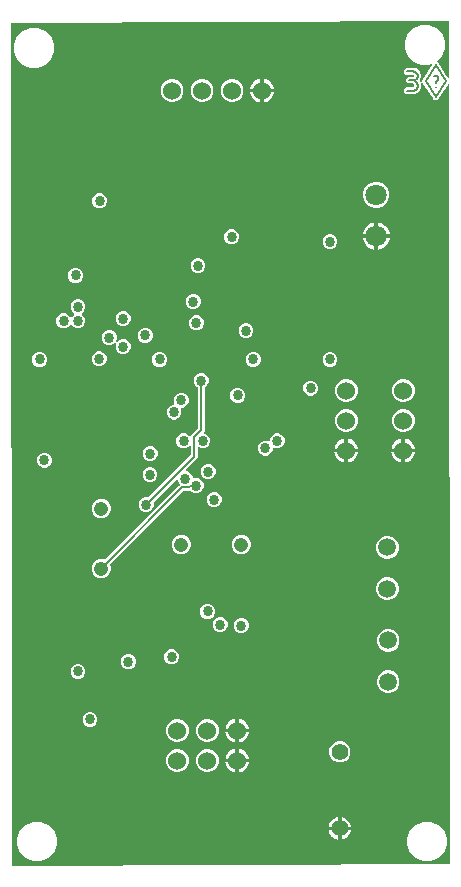
<source format=gbr>
G04 EAGLE Gerber RS-274X export*
G75*
%MOMM*%
%FSLAX34Y34*%
%LPD*%
%INEAGLE Copper Layer 15*%
%IPPOS*%
%AMOC8*
5,1,8,0,0,1.08239X$1,22.5*%
G01*
%ADD10C,0.152400*%
%ADD11C,1.524000*%
%ADD12C,1.800000*%
%ADD13C,1.508000*%
%ADD14C,1.208000*%
%ADD15C,1.408000*%
%ADD16C,0.858000*%
%ADD17C,0.203200*%

G36*
X633148Y117336D02*
X633148Y117336D01*
X633166Y117339D01*
X633184Y117337D01*
X633287Y117360D01*
X633390Y117377D01*
X633406Y117386D01*
X633425Y117390D01*
X633515Y117444D01*
X633607Y117493D01*
X633620Y117506D01*
X633636Y117516D01*
X633704Y117596D01*
X633776Y117672D01*
X633783Y117689D01*
X633795Y117703D01*
X633835Y117801D01*
X633878Y117896D01*
X633880Y117914D01*
X633887Y117931D01*
X633905Y118098D01*
X633266Y776651D01*
X633261Y776683D01*
X633263Y776715D01*
X633241Y776803D01*
X633226Y776894D01*
X633211Y776922D01*
X633203Y776953D01*
X633154Y777030D01*
X633111Y777111D01*
X633088Y777133D01*
X633070Y777160D01*
X632999Y777217D01*
X632932Y777280D01*
X632903Y777294D01*
X632878Y777314D01*
X632792Y777345D01*
X632709Y777384D01*
X632677Y777387D01*
X632647Y777398D01*
X632556Y777401D01*
X632465Y777411D01*
X632433Y777404D01*
X632401Y777405D01*
X632314Y777378D01*
X632224Y777358D01*
X632197Y777342D01*
X632166Y777332D01*
X632092Y777279D01*
X632013Y777232D01*
X631992Y777207D01*
X631966Y777189D01*
X631862Y777058D01*
X624609Y765606D01*
X624590Y765562D01*
X624564Y765524D01*
X624520Y765398D01*
X624512Y765379D01*
X624512Y765373D01*
X624509Y765365D01*
X624391Y764838D01*
X624087Y764646D01*
X624024Y764590D01*
X623956Y764541D01*
X623924Y764500D01*
X623903Y764482D01*
X623889Y764456D01*
X623851Y764410D01*
X623659Y764106D01*
X623132Y763988D01*
X623088Y763970D01*
X623042Y763962D01*
X622923Y763904D01*
X622904Y763896D01*
X622899Y763892D01*
X622891Y763888D01*
X622435Y763599D01*
X622084Y763678D01*
X622000Y763683D01*
X621917Y763696D01*
X621866Y763691D01*
X621839Y763692D01*
X621810Y763684D01*
X621751Y763678D01*
X621400Y763599D01*
X620944Y763888D01*
X620900Y763907D01*
X620862Y763933D01*
X620736Y763976D01*
X620717Y763985D01*
X620711Y763985D01*
X620703Y763988D01*
X620176Y764106D01*
X619983Y764410D01*
X619928Y764473D01*
X619879Y764541D01*
X619838Y764573D01*
X619820Y764594D01*
X619794Y764608D01*
X619748Y764646D01*
X619444Y764838D01*
X619326Y765365D01*
X619308Y765409D01*
X619300Y765455D01*
X619242Y765574D01*
X619234Y765593D01*
X619230Y765598D01*
X619226Y765606D01*
X611404Y777956D01*
X611348Y778019D01*
X611299Y778087D01*
X611259Y778120D01*
X611241Y778140D01*
X611215Y778155D01*
X611168Y778192D01*
X610634Y778530D01*
X610617Y778546D01*
X610543Y778581D01*
X610472Y778624D01*
X610432Y778633D01*
X610394Y778650D01*
X610312Y778659D01*
X610232Y778677D01*
X610191Y778673D01*
X610150Y778677D01*
X610069Y778660D01*
X609987Y778651D01*
X609950Y778634D01*
X609910Y778625D01*
X609839Y778583D01*
X609764Y778548D01*
X609734Y778520D01*
X609698Y778499D01*
X609645Y778436D01*
X609585Y778380D01*
X609565Y778343D01*
X609539Y778312D01*
X609508Y778235D01*
X609469Y778163D01*
X609462Y778122D01*
X609447Y778084D01*
X609443Y778053D01*
X609443Y778052D01*
X609429Y777926D01*
X609428Y777920D01*
X609428Y777918D01*
X609428Y777917D01*
X609428Y774555D01*
X607469Y771162D01*
X604077Y769203D01*
X596445Y769203D01*
X594808Y770841D01*
X594808Y773156D01*
X596445Y774793D01*
X602118Y774793D01*
X602149Y774798D01*
X602217Y774799D01*
X602466Y774832D01*
X602528Y774851D01*
X602593Y774860D01*
X602669Y774894D01*
X602701Y774903D01*
X602717Y774914D01*
X602747Y774928D01*
X603177Y775176D01*
X603266Y775249D01*
X603356Y775319D01*
X603362Y775328D01*
X603367Y775332D01*
X603379Y775351D01*
X603456Y775455D01*
X603704Y775885D01*
X603744Y775992D01*
X603787Y776099D01*
X603789Y776109D01*
X603791Y776115D01*
X603792Y776137D01*
X603806Y776265D01*
X603806Y776762D01*
X603787Y776876D01*
X603771Y776989D01*
X603767Y776998D01*
X603766Y777005D01*
X603756Y777025D01*
X603704Y777143D01*
X603456Y777573D01*
X603384Y777660D01*
X603366Y777690D01*
X603349Y777704D01*
X603312Y777752D01*
X603304Y777758D01*
X603300Y777763D01*
X603281Y777775D01*
X603181Y777848D01*
X603179Y777850D01*
X603177Y777851D01*
X602747Y778100D01*
X602685Y778123D01*
X602628Y778155D01*
X602548Y778175D01*
X602517Y778187D01*
X602497Y778188D01*
X602466Y778195D01*
X602217Y778228D01*
X602186Y778227D01*
X602118Y778235D01*
X600645Y778235D01*
X598251Y778235D01*
X596614Y779872D01*
X596614Y782187D01*
X598251Y783824D01*
X603021Y783824D01*
X603054Y783829D01*
X603084Y783831D01*
X603102Y783829D01*
X603112Y783832D01*
X603140Y783833D01*
X603157Y783836D01*
X603219Y783856D01*
X603264Y783864D01*
X603286Y783876D01*
X603340Y783889D01*
X603371Y783907D01*
X603391Y783913D01*
X603417Y783933D01*
X603486Y783972D01*
X603514Y783993D01*
X603537Y784015D01*
X603564Y784032D01*
X603623Y784102D01*
X603687Y784168D01*
X603701Y784196D01*
X603722Y784220D01*
X603791Y784373D01*
X603801Y784407D01*
X603806Y784438D01*
X603818Y784467D01*
X603825Y784559D01*
X603839Y784650D01*
X603833Y784681D01*
X603835Y784712D01*
X603802Y784877D01*
X603791Y784910D01*
X603776Y784938D01*
X603769Y784969D01*
X603720Y785047D01*
X603678Y785129D01*
X603655Y785151D01*
X603638Y785178D01*
X603531Y785275D01*
X603530Y785277D01*
X603529Y785278D01*
X603514Y785291D01*
X603486Y785311D01*
X603423Y785343D01*
X603416Y785349D01*
X603396Y785357D01*
X603319Y785403D01*
X603285Y785413D01*
X603266Y785422D01*
X603234Y785426D01*
X603203Y785435D01*
X603188Y785441D01*
X603176Y785442D01*
X603157Y785447D01*
X603140Y785450D01*
X603107Y785450D01*
X603021Y785459D01*
X596445Y785459D01*
X594808Y787097D01*
X594808Y789412D01*
X596445Y791049D01*
X605103Y791049D01*
X608471Y788602D01*
X609758Y784642D01*
X608461Y780651D01*
X608444Y780541D01*
X608424Y780432D01*
X608426Y780420D01*
X608424Y780408D01*
X608443Y780298D01*
X608459Y780189D01*
X608465Y780175D01*
X608466Y780165D01*
X608479Y780141D01*
X608526Y780035D01*
X608939Y779320D01*
X608994Y779253D01*
X609042Y779180D01*
X609071Y779158D01*
X609094Y779130D01*
X609168Y779084D01*
X609237Y779030D01*
X609272Y779019D01*
X609303Y778999D01*
X609388Y778979D01*
X609470Y778950D01*
X609506Y778950D01*
X609542Y778942D01*
X609629Y778949D01*
X609716Y778949D01*
X609751Y778960D01*
X609787Y778963D01*
X609867Y778998D01*
X609950Y779026D01*
X609979Y779048D01*
X610012Y779062D01*
X610077Y779121D01*
X610146Y779173D01*
X610167Y779203D01*
X610194Y779228D01*
X610237Y779304D01*
X610286Y779376D01*
X610301Y779420D01*
X610314Y779443D01*
X610320Y779473D01*
X610341Y779534D01*
X610436Y779959D01*
X610441Y780043D01*
X610455Y780126D01*
X610449Y780178D01*
X610451Y780205D01*
X610443Y780234D01*
X610436Y780293D01*
X610357Y780644D01*
X610647Y781100D01*
X610665Y781143D01*
X610692Y781182D01*
X610735Y781307D01*
X610743Y781326D01*
X610743Y781332D01*
X610746Y781341D01*
X610865Y781868D01*
X611168Y782060D01*
X611231Y782116D01*
X611299Y782165D01*
X611332Y782205D01*
X611352Y782224D01*
X611367Y782249D01*
X611404Y782296D01*
X618624Y793695D01*
X618629Y793708D01*
X618638Y793718D01*
X618677Y793820D01*
X618720Y793922D01*
X618721Y793935D01*
X618726Y793948D01*
X618730Y794057D01*
X618739Y794167D01*
X618736Y794180D01*
X618736Y794194D01*
X618706Y794300D01*
X618679Y794405D01*
X618672Y794417D01*
X618668Y794430D01*
X618605Y794520D01*
X618546Y794612D01*
X618535Y794621D01*
X618527Y794632D01*
X618440Y794697D01*
X618354Y794766D01*
X618341Y794771D01*
X618330Y794779D01*
X618226Y794813D01*
X618123Y794850D01*
X618109Y794851D01*
X618096Y794855D01*
X617987Y794854D01*
X617877Y794857D01*
X617864Y794853D01*
X617850Y794853D01*
X617689Y794806D01*
X616066Y794134D01*
X609389Y794134D01*
X603221Y796689D01*
X598500Y801410D01*
X595945Y807578D01*
X595945Y814255D01*
X598500Y820423D01*
X603221Y825144D01*
X609389Y827699D01*
X616066Y827699D01*
X622234Y825144D01*
X626955Y820423D01*
X629510Y814255D01*
X629510Y807578D01*
X626955Y801410D01*
X623031Y797485D01*
X622966Y797395D01*
X622898Y797307D01*
X622894Y797295D01*
X622887Y797285D01*
X622854Y797179D01*
X622818Y797075D01*
X622818Y797062D01*
X622815Y797050D01*
X622818Y796939D01*
X622817Y796829D01*
X622821Y796817D01*
X622821Y796804D01*
X622859Y796700D01*
X622894Y796595D01*
X622901Y796585D01*
X622905Y796573D01*
X622975Y796486D01*
X623041Y796398D01*
X623051Y796391D01*
X623059Y796381D01*
X623152Y796321D01*
X623243Y796258D01*
X623258Y796253D01*
X623266Y796248D01*
X623293Y796241D01*
X623402Y796204D01*
X623659Y796146D01*
X623851Y795843D01*
X623907Y795780D01*
X623956Y795712D01*
X623997Y795679D01*
X624015Y795659D01*
X624041Y795644D01*
X624087Y795607D01*
X624391Y795415D01*
X624509Y794887D01*
X624527Y794844D01*
X624535Y794797D01*
X624593Y794678D01*
X624601Y794659D01*
X624605Y794655D01*
X624609Y794647D01*
X631855Y783205D01*
X631877Y783181D01*
X631892Y783152D01*
X631958Y783090D01*
X632018Y783022D01*
X632047Y783005D01*
X632071Y782983D01*
X632153Y782945D01*
X632232Y782900D01*
X632264Y782893D01*
X632294Y782879D01*
X632384Y782870D01*
X632473Y782852D01*
X632506Y782856D01*
X632538Y782853D01*
X632627Y782872D01*
X632717Y782884D01*
X632747Y782898D01*
X632778Y782905D01*
X632857Y782952D01*
X632938Y782992D01*
X632961Y783015D01*
X632990Y783031D01*
X633049Y783101D01*
X633113Y783164D01*
X633128Y783194D01*
X633149Y783219D01*
X633183Y783303D01*
X633224Y783384D01*
X633229Y783416D01*
X633241Y783447D01*
X633259Y783613D01*
X633214Y829925D01*
X633211Y829946D01*
X633213Y829967D01*
X633191Y830067D01*
X633174Y830168D01*
X633164Y830186D01*
X633160Y830207D01*
X633107Y830295D01*
X633059Y830385D01*
X633044Y830400D01*
X633033Y830418D01*
X632955Y830484D01*
X632881Y830554D01*
X632861Y830563D01*
X632845Y830577D01*
X632750Y830615D01*
X632657Y830658D01*
X632636Y830660D01*
X632616Y830668D01*
X632450Y830685D01*
X263031Y829022D01*
X263013Y829019D01*
X262995Y829021D01*
X262892Y828999D01*
X262789Y828981D01*
X262773Y828972D01*
X262754Y828968D01*
X262664Y828914D01*
X262572Y828865D01*
X262559Y828852D01*
X262543Y828842D01*
X262475Y828762D01*
X262403Y828686D01*
X262396Y828669D01*
X262384Y828655D01*
X262344Y828557D01*
X262301Y828462D01*
X262299Y828444D01*
X262292Y828427D01*
X262274Y828260D01*
X262965Y116433D01*
X262968Y116412D01*
X262966Y116391D01*
X262988Y116292D01*
X263005Y116191D01*
X263015Y116172D01*
X263019Y116151D01*
X263072Y116064D01*
X263120Y115973D01*
X263135Y115959D01*
X263146Y115940D01*
X263224Y115874D01*
X263299Y115804D01*
X263318Y115795D01*
X263334Y115781D01*
X263429Y115744D01*
X263522Y115701D01*
X263543Y115698D01*
X263563Y115690D01*
X263729Y115673D01*
X633148Y117336D01*
G37*
%LPC*%
G36*
X337060Y359377D02*
X337060Y359377D01*
X334093Y360606D01*
X331822Y362877D01*
X330593Y365844D01*
X330593Y369055D01*
X331822Y372022D01*
X334093Y374293D01*
X337060Y375522D01*
X340272Y375522D01*
X341326Y375086D01*
X341439Y375059D01*
X341553Y375030D01*
X341559Y375031D01*
X341565Y375030D01*
X341682Y375041D01*
X341798Y375050D01*
X341804Y375052D01*
X341810Y375053D01*
X341918Y375100D01*
X342024Y375146D01*
X342030Y375151D01*
X342035Y375153D01*
X342049Y375165D01*
X342155Y375251D01*
X404215Y437311D01*
X405121Y438216D01*
X405132Y438232D01*
X405148Y438245D01*
X405204Y438332D01*
X405264Y438416D01*
X405270Y438435D01*
X405281Y438451D01*
X405306Y438552D01*
X405336Y438651D01*
X405336Y438671D01*
X405341Y438690D01*
X405333Y438793D01*
X405330Y438897D01*
X405323Y438915D01*
X405322Y438935D01*
X405281Y439030D01*
X405246Y439128D01*
X405233Y439143D01*
X405225Y439162D01*
X405121Y439292D01*
X404386Y440027D01*
X403382Y442451D01*
X403358Y442490D01*
X403342Y442533D01*
X403293Y442593D01*
X403252Y442660D01*
X403217Y442689D01*
X403188Y442725D01*
X403123Y442767D01*
X403063Y442816D01*
X403020Y442833D01*
X402981Y442858D01*
X402906Y442877D01*
X402833Y442905D01*
X402787Y442907D01*
X402743Y442918D01*
X402665Y442912D01*
X402587Y442915D01*
X402543Y442902D01*
X402498Y442899D01*
X402426Y442868D01*
X402351Y442847D01*
X402313Y442820D01*
X402271Y442802D01*
X402165Y442717D01*
X402149Y442706D01*
X402146Y442702D01*
X402140Y442698D01*
X383191Y423748D01*
X383148Y423688D01*
X383108Y423646D01*
X383092Y423612D01*
X383053Y423559D01*
X383051Y423553D01*
X383047Y423548D01*
X383018Y423452D01*
X383004Y423423D01*
X383002Y423402D01*
X382977Y423325D01*
X382977Y423319D01*
X382975Y423313D01*
X382978Y423196D01*
X382978Y423188D01*
X382977Y423178D01*
X382978Y423172D01*
X382979Y423079D01*
X382981Y423072D01*
X382981Y423067D01*
X382988Y423050D01*
X383026Y422918D01*
X383052Y422855D01*
X383052Y420340D01*
X382089Y418016D01*
X380311Y416238D01*
X377987Y415275D01*
X375471Y415275D01*
X373147Y416238D01*
X371369Y418016D01*
X370406Y420340D01*
X370406Y422856D01*
X371369Y425179D01*
X373147Y426958D01*
X375471Y427921D01*
X377987Y427921D01*
X378049Y427895D01*
X378163Y427868D01*
X378277Y427839D01*
X378283Y427840D01*
X378289Y427838D01*
X378405Y427849D01*
X378522Y427858D01*
X378528Y427861D01*
X378534Y427861D01*
X378641Y427909D01*
X378748Y427955D01*
X378754Y427959D01*
X378759Y427961D01*
X378772Y427974D01*
X378879Y428060D01*
X414078Y463259D01*
X414131Y463333D01*
X414191Y463402D01*
X414203Y463432D01*
X414222Y463458D01*
X414249Y463545D01*
X414283Y463630D01*
X414287Y463671D01*
X414294Y463694D01*
X414293Y463726D01*
X414301Y463797D01*
X414301Y470578D01*
X414290Y470648D01*
X414288Y470720D01*
X414270Y470769D01*
X414262Y470821D01*
X414228Y470884D01*
X414203Y470951D01*
X414171Y470992D01*
X414146Y471038D01*
X414094Y471087D01*
X414050Y471143D01*
X414006Y471171D01*
X413968Y471207D01*
X413903Y471237D01*
X413843Y471276D01*
X413792Y471289D01*
X413745Y471311D01*
X413674Y471319D01*
X413604Y471336D01*
X413552Y471332D01*
X413501Y471338D01*
X413430Y471323D01*
X413359Y471317D01*
X413311Y471297D01*
X413260Y471286D01*
X413199Y471249D01*
X413133Y471221D01*
X413077Y471176D01*
X413049Y471160D01*
X413034Y471142D01*
X413002Y471116D01*
X412014Y470128D01*
X409690Y469165D01*
X407174Y469165D01*
X404850Y470128D01*
X403072Y471906D01*
X402109Y474230D01*
X402109Y476746D01*
X403072Y479070D01*
X404850Y480848D01*
X407174Y481811D01*
X409690Y481811D01*
X412014Y480848D01*
X413148Y479714D01*
X413164Y479702D01*
X413177Y479686D01*
X413264Y479630D01*
X413348Y479570D01*
X413367Y479564D01*
X413384Y479553D01*
X413484Y479528D01*
X413583Y479498D01*
X413603Y479498D01*
X413622Y479493D01*
X413725Y479501D01*
X413829Y479504D01*
X413848Y479511D01*
X413867Y479513D01*
X413962Y479553D01*
X414060Y479589D01*
X414075Y479601D01*
X414094Y479609D01*
X414225Y479714D01*
X416310Y481799D01*
X420019Y485508D01*
X420072Y485582D01*
X420132Y485652D01*
X420144Y485682D01*
X420163Y485708D01*
X420190Y485795D01*
X420224Y485880D01*
X420228Y485921D01*
X420235Y485943D01*
X420234Y485975D01*
X420242Y486047D01*
X420242Y520485D01*
X420223Y520599D01*
X420206Y520716D01*
X420204Y520721D01*
X420203Y520727D01*
X420148Y520830D01*
X420095Y520935D01*
X420090Y520939D01*
X420087Y520945D01*
X420003Y521025D01*
X419919Y521107D01*
X419913Y521111D01*
X419909Y521114D01*
X419892Y521122D01*
X419772Y521188D01*
X419709Y521214D01*
X417931Y522992D01*
X416968Y525316D01*
X416968Y527832D01*
X417931Y530156D01*
X419709Y531934D01*
X422033Y532897D01*
X424549Y532897D01*
X426873Y531934D01*
X428651Y530156D01*
X429614Y527832D01*
X429614Y525316D01*
X428651Y522992D01*
X426873Y521214D01*
X426810Y521188D01*
X426710Y521126D01*
X426610Y521066D01*
X426606Y521062D01*
X426601Y521058D01*
X426526Y520968D01*
X426450Y520879D01*
X426448Y520874D01*
X426444Y520869D01*
X426402Y520760D01*
X426358Y520651D01*
X426357Y520644D01*
X426356Y520639D01*
X426355Y520621D01*
X426340Y520485D01*
X426340Y483206D01*
X426044Y482910D01*
X426017Y482872D01*
X425983Y482841D01*
X425945Y482773D01*
X425900Y482710D01*
X425887Y482666D01*
X425864Y482626D01*
X425851Y482549D01*
X425828Y482475D01*
X425829Y482429D01*
X425821Y482384D01*
X425832Y482307D01*
X425834Y482229D01*
X425850Y482186D01*
X425856Y482140D01*
X425892Y482071D01*
X425918Y481998D01*
X425947Y481962D01*
X425968Y481921D01*
X426024Y481866D01*
X426072Y481806D01*
X426111Y481781D01*
X426144Y481749D01*
X426264Y481683D01*
X426279Y481673D01*
X426284Y481672D01*
X426291Y481668D01*
X428270Y480848D01*
X430048Y479070D01*
X431011Y476746D01*
X431011Y474230D01*
X430048Y471906D01*
X428270Y470128D01*
X425946Y469165D01*
X423430Y469165D01*
X421451Y469985D01*
X421407Y469995D01*
X421365Y470015D01*
X421288Y470023D01*
X421212Y470041D01*
X421166Y470037D01*
X421121Y470042D01*
X421044Y470025D01*
X420967Y470018D01*
X420925Y469999D01*
X420880Y469990D01*
X420813Y469950D01*
X420742Y469918D01*
X420708Y469887D01*
X420669Y469863D01*
X420618Y469804D01*
X420561Y469752D01*
X420539Y469711D01*
X420509Y469677D01*
X420480Y469604D01*
X420443Y469536D01*
X420434Y469491D01*
X420417Y469448D01*
X420402Y469312D01*
X420399Y469294D01*
X420400Y469289D01*
X420399Y469282D01*
X420399Y460956D01*
X418390Y458947D01*
X410657Y451214D01*
X410630Y451177D01*
X410597Y451146D01*
X410559Y451078D01*
X410514Y451015D01*
X410500Y450971D01*
X410478Y450931D01*
X410464Y450854D01*
X410441Y450780D01*
X410442Y450734D01*
X410434Y450689D01*
X410446Y450611D01*
X410448Y450534D01*
X410463Y450491D01*
X410470Y450445D01*
X410505Y450376D01*
X410532Y450303D01*
X410561Y450267D01*
X410582Y450226D01*
X410637Y450171D01*
X410686Y450111D01*
X410724Y450086D01*
X410757Y450054D01*
X410877Y449988D01*
X410893Y449978D01*
X410897Y449976D01*
X410904Y449973D01*
X413327Y448969D01*
X415106Y447191D01*
X416068Y444867D01*
X416068Y444428D01*
X416076Y444382D01*
X416074Y444336D01*
X416096Y444262D01*
X416108Y444185D01*
X416130Y444144D01*
X416142Y444100D01*
X416187Y444036D01*
X416223Y443967D01*
X416256Y443936D01*
X416283Y443898D01*
X416345Y443852D01*
X416402Y443798D01*
X416443Y443779D01*
X416480Y443751D01*
X416554Y443727D01*
X416625Y443694D01*
X416670Y443689D01*
X416714Y443675D01*
X416792Y443676D01*
X416869Y443667D01*
X416914Y443677D01*
X416960Y443677D01*
X417091Y443716D01*
X417109Y443720D01*
X417114Y443722D01*
X417121Y443724D01*
X417800Y444006D01*
X420316Y444006D01*
X422640Y443043D01*
X424418Y441264D01*
X425381Y438941D01*
X425381Y436425D01*
X424418Y434101D01*
X422640Y432323D01*
X420316Y431360D01*
X417800Y431360D01*
X415477Y432323D01*
X414800Y432999D01*
X414726Y433052D01*
X414657Y433112D01*
X414626Y433124D01*
X414600Y433143D01*
X414513Y433170D01*
X414428Y433204D01*
X414388Y433208D01*
X414365Y433215D01*
X414333Y433214D01*
X414262Y433222D01*
X409065Y433222D01*
X408975Y433207D01*
X408884Y433200D01*
X408855Y433188D01*
X408823Y433182D01*
X408742Y433140D01*
X408658Y433104D01*
X408626Y433078D01*
X408605Y433067D01*
X408583Y433044D01*
X408527Y432999D01*
X346467Y370939D01*
X346399Y370845D01*
X346329Y370750D01*
X346327Y370744D01*
X346323Y370739D01*
X346289Y370629D01*
X346253Y370517D01*
X346253Y370510D01*
X346251Y370504D01*
X346254Y370388D01*
X346255Y370271D01*
X346257Y370263D01*
X346257Y370258D01*
X346264Y370241D01*
X346302Y370110D01*
X346739Y369055D01*
X346739Y365844D01*
X345510Y362877D01*
X343239Y360606D01*
X340272Y359377D01*
X337060Y359377D01*
G37*
%LPD*%
%LPC*%
G36*
X611082Y119531D02*
X611082Y119531D01*
X604914Y122086D01*
X600193Y126807D01*
X597638Y132975D01*
X597638Y139652D01*
X600193Y145820D01*
X604914Y150541D01*
X611082Y153096D01*
X617759Y153096D01*
X623927Y150541D01*
X628648Y145820D01*
X631204Y139652D01*
X631204Y132975D01*
X628648Y126807D01*
X623927Y122086D01*
X617759Y119531D01*
X611082Y119531D01*
G37*
%LPD*%
%LPC*%
G36*
X281034Y119531D02*
X281034Y119531D01*
X274865Y122086D01*
X270144Y126807D01*
X267589Y132975D01*
X267589Y139652D01*
X270144Y145820D01*
X274865Y150541D01*
X281034Y153096D01*
X287710Y153096D01*
X293879Y150541D01*
X298600Y145820D01*
X301155Y139652D01*
X301155Y132975D01*
X298600Y126807D01*
X293879Y122086D01*
X287710Y119531D01*
X281034Y119531D01*
G37*
%LPD*%
%LPC*%
G36*
X278494Y791594D02*
X278494Y791594D01*
X272325Y794149D01*
X267604Y798870D01*
X265049Y805038D01*
X265049Y811715D01*
X267604Y817883D01*
X272325Y822604D01*
X278494Y825159D01*
X285170Y825159D01*
X291339Y822604D01*
X296060Y817883D01*
X298615Y811715D01*
X298615Y805038D01*
X296060Y798870D01*
X291339Y794149D01*
X285170Y791594D01*
X278494Y791594D01*
G37*
%LPD*%
%LPC*%
G36*
X569312Y672932D02*
X569312Y672932D01*
X565257Y674612D01*
X562153Y677715D01*
X560474Y681770D01*
X560474Y686159D01*
X562153Y690214D01*
X565257Y693318D01*
X569312Y694998D01*
X573701Y694998D01*
X577756Y693318D01*
X580859Y690214D01*
X582539Y686159D01*
X582539Y681770D01*
X580859Y677715D01*
X577756Y674612D01*
X573701Y672932D01*
X569312Y672932D01*
G37*
%LPD*%
%LPC*%
G36*
X305574Y570765D02*
X305574Y570765D01*
X303250Y571728D01*
X301472Y573506D01*
X300509Y575830D01*
X300509Y578346D01*
X301472Y580670D01*
X303250Y582448D01*
X305574Y583411D01*
X308090Y583411D01*
X310414Y582448D01*
X312192Y580670D01*
X312225Y580591D01*
X312263Y580530D01*
X312292Y580464D01*
X312327Y580426D01*
X312354Y580382D01*
X312410Y580336D01*
X312458Y580283D01*
X312504Y580258D01*
X312544Y580225D01*
X312611Y580199D01*
X312674Y580165D01*
X312725Y580156D01*
X312773Y580137D01*
X312845Y580134D01*
X312916Y580121D01*
X312967Y580129D01*
X313019Y580126D01*
X313088Y580146D01*
X313159Y580157D01*
X313206Y580181D01*
X313255Y580195D01*
X313314Y580236D01*
X313378Y580268D01*
X313415Y580306D01*
X313457Y580335D01*
X313500Y580393D01*
X313551Y580444D01*
X313585Y580507D01*
X313604Y580533D01*
X313611Y580555D01*
X313631Y580591D01*
X313664Y580670D01*
X315442Y582448D01*
X315521Y582481D01*
X315582Y582518D01*
X315648Y582548D01*
X315686Y582583D01*
X315730Y582610D01*
X315776Y582665D01*
X315829Y582714D01*
X315854Y582760D01*
X315887Y582800D01*
X315913Y582867D01*
X315947Y582930D01*
X315956Y582981D01*
X315975Y583029D01*
X315978Y583101D01*
X315991Y583172D01*
X315983Y583223D01*
X315986Y583275D01*
X315966Y583344D01*
X315955Y583415D01*
X315932Y583461D01*
X315917Y583511D01*
X315876Y583570D01*
X315844Y583634D01*
X315806Y583671D01*
X315777Y583713D01*
X315719Y583756D01*
X315668Y583806D01*
X315605Y583841D01*
X315579Y583860D01*
X315557Y583867D01*
X315521Y583887D01*
X315442Y583920D01*
X313664Y585698D01*
X312701Y588022D01*
X312701Y590538D01*
X313664Y592862D01*
X315442Y594640D01*
X317766Y595603D01*
X320282Y595603D01*
X322606Y594640D01*
X324384Y592862D01*
X325347Y590538D01*
X325347Y588022D01*
X324384Y585698D01*
X322606Y583920D01*
X322527Y583887D01*
X322466Y583849D01*
X322400Y583820D01*
X322362Y583785D01*
X322318Y583758D01*
X322272Y583702D01*
X322219Y583654D01*
X322194Y583608D01*
X322161Y583568D01*
X322135Y583501D01*
X322101Y583438D01*
X322092Y583387D01*
X322073Y583339D01*
X322070Y583267D01*
X322057Y583196D01*
X322065Y583145D01*
X322062Y583093D01*
X322082Y583024D01*
X322093Y582953D01*
X322117Y582906D01*
X322131Y582857D01*
X322172Y582798D01*
X322204Y582734D01*
X322242Y582697D01*
X322271Y582655D01*
X322329Y582612D01*
X322380Y582561D01*
X322443Y582527D01*
X322469Y582508D01*
X322491Y582501D01*
X322527Y582481D01*
X322606Y582448D01*
X324384Y580670D01*
X325347Y578346D01*
X325347Y575830D01*
X324384Y573506D01*
X322606Y571728D01*
X320282Y570765D01*
X317766Y570765D01*
X315442Y571728D01*
X313664Y573506D01*
X313631Y573585D01*
X313594Y573646D01*
X313564Y573712D01*
X313529Y573750D01*
X313502Y573794D01*
X313447Y573840D01*
X313398Y573893D01*
X313352Y573918D01*
X313312Y573951D01*
X313245Y573977D01*
X313182Y574011D01*
X313131Y574020D01*
X313083Y574039D01*
X313011Y574042D01*
X312940Y574055D01*
X312889Y574047D01*
X312837Y574050D01*
X312768Y574030D01*
X312697Y574019D01*
X312651Y573996D01*
X312601Y573981D01*
X312542Y573940D01*
X312478Y573908D01*
X312441Y573870D01*
X312399Y573841D01*
X312356Y573783D01*
X312306Y573732D01*
X312271Y573669D01*
X312252Y573643D01*
X312245Y573621D01*
X312225Y573585D01*
X312192Y573506D01*
X310414Y571728D01*
X308090Y570765D01*
X305574Y570765D01*
G37*
%LPD*%
%LPC*%
G36*
X401095Y195234D02*
X401095Y195234D01*
X397547Y196704D01*
X394832Y199419D01*
X393362Y202967D01*
X393362Y206807D01*
X394832Y210355D01*
X397547Y213070D01*
X401095Y214540D01*
X404935Y214540D01*
X408483Y213070D01*
X411198Y210355D01*
X412668Y206807D01*
X412668Y202967D01*
X411198Y199419D01*
X408483Y196704D01*
X404935Y195234D01*
X401095Y195234D01*
G37*
%LPD*%
%LPC*%
G36*
X426495Y195234D02*
X426495Y195234D01*
X422947Y196704D01*
X420232Y199419D01*
X418762Y202967D01*
X418762Y206807D01*
X420232Y210355D01*
X422947Y213070D01*
X426495Y214540D01*
X430335Y214540D01*
X433883Y213070D01*
X436598Y210355D01*
X438068Y206807D01*
X438068Y202967D01*
X436598Y199419D01*
X433883Y196704D01*
X430335Y195234D01*
X426495Y195234D01*
G37*
%LPD*%
%LPC*%
G36*
X592448Y508508D02*
X592448Y508508D01*
X588900Y509977D01*
X586185Y512692D01*
X584715Y516240D01*
X584715Y520080D01*
X586185Y523628D01*
X588900Y526343D01*
X592448Y527813D01*
X596288Y527813D01*
X599836Y526343D01*
X602551Y523628D01*
X604021Y520080D01*
X604021Y516240D01*
X602551Y512692D01*
X599836Y509977D01*
X596288Y508508D01*
X592448Y508508D01*
G37*
%LPD*%
%LPC*%
G36*
X422155Y762487D02*
X422155Y762487D01*
X418607Y763957D01*
X415892Y766672D01*
X414423Y770220D01*
X414423Y774060D01*
X415892Y777608D01*
X418607Y780323D01*
X422155Y781793D01*
X425995Y781793D01*
X429543Y780323D01*
X432259Y777608D01*
X433728Y774060D01*
X433728Y770220D01*
X432259Y766672D01*
X429543Y763957D01*
X425995Y762487D01*
X422155Y762487D01*
G37*
%LPD*%
%LPC*%
G36*
X401095Y220634D02*
X401095Y220634D01*
X397547Y222104D01*
X394832Y224819D01*
X393362Y228367D01*
X393362Y232207D01*
X394832Y235755D01*
X397547Y238470D01*
X401095Y239940D01*
X404935Y239940D01*
X408483Y238470D01*
X411198Y235755D01*
X412668Y232207D01*
X412668Y228367D01*
X411198Y224819D01*
X408483Y222104D01*
X404935Y220634D01*
X401095Y220634D01*
G37*
%LPD*%
%LPC*%
G36*
X426495Y220634D02*
X426495Y220634D01*
X422947Y222104D01*
X420232Y224819D01*
X418762Y228367D01*
X418762Y232207D01*
X420232Y235755D01*
X422947Y238470D01*
X426495Y239940D01*
X430335Y239940D01*
X433883Y238470D01*
X436598Y235755D01*
X438068Y232207D01*
X438068Y228367D01*
X436598Y224819D01*
X433883Y222104D01*
X430335Y220634D01*
X426495Y220634D01*
G37*
%LPD*%
%LPC*%
G36*
X544189Y508508D02*
X544189Y508508D01*
X540641Y509977D01*
X537926Y512692D01*
X536456Y516240D01*
X536456Y520080D01*
X537926Y523628D01*
X540641Y526343D01*
X544189Y527813D01*
X548029Y527813D01*
X551577Y526343D01*
X554292Y523628D01*
X555762Y520080D01*
X555762Y516240D01*
X554292Y512692D01*
X551577Y509977D01*
X548029Y508508D01*
X544189Y508508D01*
G37*
%LPD*%
%LPC*%
G36*
X447555Y762487D02*
X447555Y762487D01*
X444007Y763957D01*
X441292Y766672D01*
X439823Y770220D01*
X439823Y774060D01*
X441292Y777608D01*
X444007Y780323D01*
X447555Y781793D01*
X451395Y781793D01*
X454943Y780323D01*
X457659Y777608D01*
X459128Y774060D01*
X459128Y770220D01*
X457659Y766672D01*
X454943Y763957D01*
X451395Y762487D01*
X447555Y762487D01*
G37*
%LPD*%
%LPC*%
G36*
X592448Y483108D02*
X592448Y483108D01*
X588900Y484577D01*
X586185Y487292D01*
X584715Y490840D01*
X584715Y494680D01*
X586185Y498228D01*
X588900Y500943D01*
X592448Y502413D01*
X596288Y502413D01*
X599836Y500943D01*
X602551Y498228D01*
X604021Y494680D01*
X604021Y490840D01*
X602551Y487292D01*
X599836Y484577D01*
X596288Y483108D01*
X592448Y483108D01*
G37*
%LPD*%
%LPC*%
G36*
X396755Y762487D02*
X396755Y762487D01*
X393207Y763957D01*
X390492Y766672D01*
X389023Y770220D01*
X389023Y774060D01*
X390492Y777608D01*
X393207Y780323D01*
X396755Y781793D01*
X400595Y781793D01*
X404143Y780323D01*
X406859Y777608D01*
X408328Y774060D01*
X408328Y770220D01*
X406859Y766672D01*
X404143Y763957D01*
X400595Y762487D01*
X396755Y762487D01*
G37*
%LPD*%
%LPC*%
G36*
X544189Y483108D02*
X544189Y483108D01*
X540641Y484577D01*
X537926Y487292D01*
X536456Y490840D01*
X536456Y494680D01*
X537926Y498228D01*
X540641Y500943D01*
X544189Y502413D01*
X548029Y502413D01*
X551577Y500943D01*
X554292Y498228D01*
X555762Y494680D01*
X555762Y490840D01*
X554292Y487292D01*
X551577Y484577D01*
X548029Y483108D01*
X544189Y483108D01*
G37*
%LPD*%
%LPC*%
G36*
X578915Y340727D02*
X578915Y340727D01*
X575396Y342185D01*
X572703Y344877D01*
X571246Y348396D01*
X571246Y352204D01*
X572703Y355723D01*
X575396Y358415D01*
X578915Y359873D01*
X582723Y359873D01*
X586241Y358415D01*
X588934Y355723D01*
X590391Y352204D01*
X590391Y348396D01*
X588934Y344877D01*
X586241Y342185D01*
X582723Y340727D01*
X578915Y340727D01*
G37*
%LPD*%
%LPC*%
G36*
X579698Y296958D02*
X579698Y296958D01*
X576179Y298416D01*
X573486Y301108D01*
X572029Y304627D01*
X572029Y308435D01*
X573486Y311954D01*
X576179Y314646D01*
X579698Y316104D01*
X583506Y316104D01*
X587024Y314646D01*
X589717Y311954D01*
X591175Y308435D01*
X591175Y304627D01*
X589717Y301108D01*
X587024Y298416D01*
X583506Y296958D01*
X579698Y296958D01*
G37*
%LPD*%
%LPC*%
G36*
X578915Y375727D02*
X578915Y375727D01*
X575396Y377185D01*
X572703Y379877D01*
X571246Y383396D01*
X571246Y387204D01*
X572703Y390723D01*
X575396Y393415D01*
X578915Y394873D01*
X582723Y394873D01*
X586241Y393415D01*
X588934Y390723D01*
X590391Y387204D01*
X590391Y383396D01*
X588934Y379877D01*
X586241Y377185D01*
X582723Y375727D01*
X578915Y375727D01*
G37*
%LPD*%
%LPC*%
G36*
X579698Y261958D02*
X579698Y261958D01*
X576179Y263416D01*
X573486Y266108D01*
X572029Y269627D01*
X572029Y273435D01*
X573486Y276954D01*
X576179Y279646D01*
X579698Y281104D01*
X583506Y281104D01*
X587024Y279646D01*
X589717Y276954D01*
X591175Y273435D01*
X591175Y269627D01*
X589717Y266108D01*
X587024Y263416D01*
X583506Y261958D01*
X579698Y261958D01*
G37*
%LPD*%
%LPC*%
G36*
X538794Y203344D02*
X538794Y203344D01*
X535460Y204726D01*
X532907Y207278D01*
X531526Y210612D01*
X531526Y214222D01*
X532907Y217556D01*
X535460Y220109D01*
X538794Y221490D01*
X542404Y221490D01*
X545738Y220109D01*
X548290Y217556D01*
X549672Y214222D01*
X549672Y210612D01*
X548290Y207278D01*
X545738Y204726D01*
X542404Y203344D01*
X538794Y203344D01*
G37*
%LPD*%
%LPC*%
G36*
X356000Y549035D02*
X356000Y549035D01*
X353676Y549998D01*
X351897Y551776D01*
X350935Y554100D01*
X350935Y556615D01*
X351451Y557863D01*
X351474Y557957D01*
X351502Y558050D01*
X351502Y558077D01*
X351508Y558102D01*
X351498Y558199D01*
X351496Y558296D01*
X351487Y558321D01*
X351485Y558347D01*
X351445Y558436D01*
X351411Y558527D01*
X351395Y558548D01*
X351385Y558572D01*
X351319Y558643D01*
X351258Y558719D01*
X351236Y558733D01*
X351218Y558753D01*
X351133Y558800D01*
X351051Y558852D01*
X351026Y558859D01*
X351003Y558871D01*
X350907Y558889D01*
X350812Y558912D01*
X350786Y558910D01*
X350761Y558915D01*
X350664Y558901D01*
X350567Y558893D01*
X350543Y558883D01*
X350517Y558879D01*
X350430Y558835D01*
X350341Y558797D01*
X350315Y558777D01*
X350298Y558768D01*
X350275Y558744D01*
X350210Y558692D01*
X349022Y557504D01*
X346698Y556541D01*
X344182Y556541D01*
X341858Y557504D01*
X340080Y559282D01*
X339117Y561606D01*
X339117Y564122D01*
X340080Y566446D01*
X341858Y568224D01*
X344182Y569187D01*
X346698Y569187D01*
X349022Y568224D01*
X350800Y566446D01*
X351763Y564122D01*
X351763Y561606D01*
X351246Y560359D01*
X351224Y560264D01*
X351195Y560171D01*
X351196Y560145D01*
X351190Y560120D01*
X351199Y560023D01*
X351202Y559925D01*
X351211Y559901D01*
X351213Y559875D01*
X351253Y559786D01*
X351286Y559694D01*
X351302Y559674D01*
X351313Y559650D01*
X351379Y559578D01*
X351440Y559502D01*
X351462Y559488D01*
X351479Y559469D01*
X351565Y559422D01*
X351647Y559369D01*
X351672Y559363D01*
X351695Y559350D01*
X351791Y559333D01*
X351885Y559309D01*
X351911Y559311D01*
X351937Y559307D01*
X352034Y559321D01*
X352130Y559328D01*
X352154Y559339D01*
X352180Y559343D01*
X352267Y559387D01*
X352357Y559425D01*
X352382Y559445D01*
X352400Y559454D01*
X352423Y559478D01*
X352488Y559530D01*
X353676Y560718D01*
X356000Y561681D01*
X358515Y561681D01*
X360839Y560718D01*
X362618Y558939D01*
X363580Y556615D01*
X363580Y554100D01*
X362618Y551776D01*
X360839Y549998D01*
X358515Y549035D01*
X356000Y549035D01*
G37*
%LPD*%
%LPC*%
G36*
X476262Y463069D02*
X476262Y463069D01*
X473938Y464032D01*
X472160Y465810D01*
X471197Y468134D01*
X471197Y470650D01*
X472160Y472974D01*
X473938Y474752D01*
X476262Y475715D01*
X478778Y475715D01*
X480305Y475082D01*
X480349Y475072D01*
X480391Y475052D01*
X480468Y475044D01*
X480544Y475026D01*
X480590Y475030D01*
X480635Y475025D01*
X480712Y475042D01*
X480789Y475049D01*
X480831Y475068D01*
X480876Y475078D01*
X480943Y475118D01*
X481014Y475149D01*
X481048Y475180D01*
X481087Y475204D01*
X481138Y475263D01*
X481195Y475316D01*
X481217Y475356D01*
X481247Y475391D01*
X481276Y475463D01*
X481313Y475531D01*
X481322Y475576D01*
X481339Y475619D01*
X481354Y475755D01*
X481357Y475773D01*
X481356Y475778D01*
X481357Y475786D01*
X481357Y476746D01*
X482320Y479070D01*
X484098Y480848D01*
X486422Y481811D01*
X488938Y481811D01*
X491262Y480848D01*
X493040Y479070D01*
X494003Y476746D01*
X494003Y474230D01*
X493040Y471906D01*
X491262Y470128D01*
X488938Y469165D01*
X486422Y469165D01*
X484895Y469798D01*
X484851Y469808D01*
X484809Y469828D01*
X484732Y469836D01*
X484656Y469854D01*
X484610Y469850D01*
X484565Y469855D01*
X484488Y469838D01*
X484411Y469831D01*
X484369Y469812D01*
X484324Y469802D01*
X484257Y469762D01*
X484186Y469731D01*
X484152Y469700D01*
X484113Y469676D01*
X484062Y469617D01*
X484005Y469564D01*
X483983Y469524D01*
X483953Y469489D01*
X483924Y469417D01*
X483887Y469349D01*
X483878Y469304D01*
X483861Y469261D01*
X483846Y469125D01*
X483843Y469107D01*
X483844Y469102D01*
X483843Y469094D01*
X483843Y468134D01*
X482880Y465810D01*
X481102Y464032D01*
X478778Y463069D01*
X476262Y463069D01*
G37*
%LPD*%
%LPC*%
G36*
X399046Y493549D02*
X399046Y493549D01*
X396722Y494512D01*
X394944Y496290D01*
X393981Y498614D01*
X393981Y501130D01*
X394944Y503454D01*
X396722Y505232D01*
X399046Y506195D01*
X400006Y506195D01*
X400052Y506202D01*
X400098Y506200D01*
X400173Y506222D01*
X400249Y506234D01*
X400290Y506256D01*
X400334Y506269D01*
X400398Y506313D01*
X400467Y506350D01*
X400498Y506383D01*
X400536Y506409D01*
X400582Y506472D01*
X400636Y506528D01*
X400655Y506570D01*
X400683Y506606D01*
X400707Y506680D01*
X400740Y506751D01*
X400745Y506797D01*
X400759Y506840D01*
X400758Y506918D01*
X400767Y506995D01*
X400757Y507040D01*
X400757Y507086D01*
X400718Y507218D01*
X400714Y507236D01*
X400712Y507240D01*
X400710Y507247D01*
X400077Y508774D01*
X400077Y511290D01*
X401040Y513614D01*
X402818Y515392D01*
X405142Y516355D01*
X407658Y516355D01*
X409982Y515392D01*
X411760Y513614D01*
X412723Y511290D01*
X412723Y508774D01*
X411760Y506450D01*
X409982Y504672D01*
X407658Y503709D01*
X406698Y503709D01*
X406652Y503702D01*
X406606Y503704D01*
X406531Y503682D01*
X406455Y503670D01*
X406414Y503648D01*
X406370Y503635D01*
X406306Y503591D01*
X406237Y503554D01*
X406206Y503521D01*
X406168Y503495D01*
X406122Y503432D01*
X406068Y503376D01*
X406049Y503334D01*
X406021Y503298D01*
X405997Y503224D01*
X405964Y503153D01*
X405959Y503107D01*
X405945Y503064D01*
X405946Y502986D01*
X405937Y502909D01*
X405947Y502864D01*
X405947Y502818D01*
X405986Y502686D01*
X405990Y502668D01*
X405992Y502664D01*
X405994Y502657D01*
X406627Y501130D01*
X406627Y498614D01*
X405664Y496290D01*
X403886Y494512D01*
X401562Y493549D01*
X399046Y493549D01*
G37*
%LPD*%
%LPC*%
G36*
X455594Y379699D02*
X455594Y379699D01*
X452627Y380928D01*
X450356Y383199D01*
X449127Y386166D01*
X449127Y389377D01*
X450356Y392344D01*
X452627Y394615D01*
X455594Y395844D01*
X458806Y395844D01*
X461773Y394615D01*
X464044Y392344D01*
X465273Y389377D01*
X465273Y386166D01*
X464044Y383199D01*
X461773Y380928D01*
X458806Y379699D01*
X455594Y379699D01*
G37*
%LPD*%
%LPC*%
G36*
X404794Y379699D02*
X404794Y379699D01*
X401827Y380928D01*
X399556Y383199D01*
X398327Y386166D01*
X398327Y389377D01*
X399556Y392344D01*
X401827Y394615D01*
X404794Y395844D01*
X408006Y395844D01*
X410973Y394615D01*
X413244Y392344D01*
X414473Y389377D01*
X414473Y386166D01*
X413244Y383199D01*
X410973Y380928D01*
X408006Y379699D01*
X404794Y379699D01*
G37*
%LPD*%
%LPC*%
G36*
X337060Y410177D02*
X337060Y410177D01*
X334093Y411406D01*
X331822Y413677D01*
X330593Y416644D01*
X330593Y419855D01*
X331822Y422822D01*
X334093Y425093D01*
X337060Y426322D01*
X340272Y426322D01*
X343239Y425093D01*
X345510Y422822D01*
X346739Y419855D01*
X346739Y416644D01*
X345510Y413677D01*
X343239Y411406D01*
X340272Y410177D01*
X337060Y410177D01*
G37*
%LPD*%
%LPC*%
G36*
X386854Y538253D02*
X386854Y538253D01*
X384530Y539216D01*
X382752Y540994D01*
X381789Y543318D01*
X381789Y545834D01*
X382752Y548158D01*
X384530Y549936D01*
X386854Y550899D01*
X389370Y550899D01*
X391694Y549936D01*
X393472Y548158D01*
X394435Y545834D01*
X394435Y543318D01*
X393472Y540994D01*
X391694Y539216D01*
X389370Y538253D01*
X386854Y538253D01*
G37*
%LPD*%
%LPC*%
G36*
X285254Y538253D02*
X285254Y538253D01*
X282930Y539216D01*
X281152Y540994D01*
X280189Y543318D01*
X280189Y545834D01*
X281152Y548158D01*
X282930Y549936D01*
X285254Y550899D01*
X287770Y550899D01*
X290094Y549936D01*
X291872Y548158D01*
X292835Y545834D01*
X292835Y543318D01*
X291872Y540994D01*
X290094Y539216D01*
X287770Y538253D01*
X285254Y538253D01*
G37*
%LPD*%
%LPC*%
G36*
X531126Y538253D02*
X531126Y538253D01*
X528802Y539216D01*
X527024Y540994D01*
X526061Y543318D01*
X526061Y545834D01*
X527024Y548158D01*
X528802Y549936D01*
X531126Y550899D01*
X533642Y550899D01*
X535966Y549936D01*
X537744Y548158D01*
X538707Y545834D01*
X538707Y543318D01*
X537744Y540994D01*
X535966Y539216D01*
X533642Y538253D01*
X531126Y538253D01*
G37*
%LPD*%
%LPC*%
G36*
X466102Y538253D02*
X466102Y538253D01*
X463778Y539216D01*
X462000Y540994D01*
X461037Y543318D01*
X461037Y545834D01*
X462000Y548158D01*
X463778Y549936D01*
X466102Y550899D01*
X468618Y550899D01*
X470942Y549936D01*
X472720Y548158D01*
X473683Y545834D01*
X473683Y543318D01*
X472720Y540994D01*
X470942Y539216D01*
X468618Y538253D01*
X466102Y538253D01*
G37*
%LPD*%
%LPC*%
G36*
X335715Y538592D02*
X335715Y538592D01*
X333392Y539555D01*
X331613Y541333D01*
X330650Y543657D01*
X330650Y546173D01*
X331613Y548496D01*
X333392Y550275D01*
X335715Y551238D01*
X338231Y551238D01*
X340555Y550275D01*
X342333Y548496D01*
X343296Y546173D01*
X343296Y543657D01*
X342333Y541333D01*
X340555Y539555D01*
X338231Y538592D01*
X335715Y538592D01*
G37*
%LPD*%
%LPC*%
G36*
X374662Y558573D02*
X374662Y558573D01*
X372338Y559536D01*
X370560Y561314D01*
X369597Y563638D01*
X369597Y566154D01*
X370560Y568478D01*
X372338Y570256D01*
X374662Y571219D01*
X377178Y571219D01*
X379502Y570256D01*
X381280Y568478D01*
X382243Y566154D01*
X382243Y563638D01*
X381280Y561314D01*
X379502Y559536D01*
X377178Y558573D01*
X374662Y558573D01*
G37*
%LPD*%
%LPC*%
G36*
X460006Y562637D02*
X460006Y562637D01*
X457682Y563600D01*
X455904Y565378D01*
X454941Y567702D01*
X454941Y570218D01*
X455904Y572542D01*
X457682Y574320D01*
X460006Y575283D01*
X462522Y575283D01*
X464846Y574320D01*
X466624Y572542D01*
X467587Y570218D01*
X467587Y567702D01*
X466624Y565378D01*
X464846Y563600D01*
X462522Y562637D01*
X460006Y562637D01*
G37*
%LPD*%
%LPC*%
G36*
X514870Y513869D02*
X514870Y513869D01*
X512546Y514832D01*
X510768Y516610D01*
X509805Y518934D01*
X509805Y521450D01*
X510768Y523774D01*
X512546Y525552D01*
X514870Y526515D01*
X517386Y526515D01*
X519710Y525552D01*
X521488Y523774D01*
X522451Y521450D01*
X522451Y518934D01*
X521488Y516610D01*
X519710Y514832D01*
X517386Y513869D01*
X514870Y513869D01*
G37*
%LPD*%
%LPC*%
G36*
X453065Y507773D02*
X453065Y507773D01*
X450741Y508736D01*
X448962Y510514D01*
X448000Y512838D01*
X448000Y515354D01*
X448962Y517678D01*
X450741Y519456D01*
X453065Y520419D01*
X455580Y520419D01*
X457904Y519456D01*
X459683Y517678D01*
X460645Y515354D01*
X460645Y512838D01*
X459683Y510514D01*
X457904Y508736D01*
X455580Y507773D01*
X453065Y507773D01*
G37*
%LPD*%
%LPC*%
G36*
X418042Y569111D02*
X418042Y569111D01*
X415718Y570074D01*
X413940Y571852D01*
X412977Y574176D01*
X412977Y576692D01*
X413940Y579015D01*
X415718Y580794D01*
X418042Y581757D01*
X420558Y581757D01*
X422882Y580794D01*
X424660Y579015D01*
X425623Y576692D01*
X425623Y574176D01*
X424660Y571852D01*
X422882Y570074D01*
X420558Y569111D01*
X418042Y569111D01*
G37*
%LPD*%
%LPC*%
G36*
X356000Y572739D02*
X356000Y572739D01*
X353676Y573702D01*
X351897Y575481D01*
X350935Y577804D01*
X350935Y580320D01*
X351897Y582644D01*
X353676Y584422D01*
X356000Y585385D01*
X358515Y585385D01*
X360839Y584422D01*
X362618Y582644D01*
X363580Y580320D01*
X363580Y577804D01*
X362618Y575481D01*
X360839Y573702D01*
X358515Y572739D01*
X356000Y572739D01*
G37*
%LPD*%
%LPC*%
G36*
X415302Y587021D02*
X415302Y587021D01*
X412978Y587984D01*
X411200Y589762D01*
X410237Y592086D01*
X410237Y594602D01*
X411200Y596926D01*
X412978Y598704D01*
X415302Y599667D01*
X417818Y599667D01*
X420142Y598704D01*
X421920Y596926D01*
X422883Y594602D01*
X422883Y592086D01*
X421920Y589762D01*
X420142Y587984D01*
X417818Y587021D01*
X415302Y587021D01*
G37*
%LPD*%
%LPC*%
G36*
X315734Y609373D02*
X315734Y609373D01*
X313410Y610336D01*
X311632Y612114D01*
X310669Y614438D01*
X310669Y616954D01*
X311632Y619278D01*
X313410Y621056D01*
X315734Y622019D01*
X318250Y622019D01*
X320574Y621056D01*
X322352Y619278D01*
X323315Y616954D01*
X323315Y614438D01*
X322352Y612114D01*
X320574Y610336D01*
X318250Y609373D01*
X315734Y609373D01*
G37*
%LPD*%
%LPC*%
G36*
X336054Y672365D02*
X336054Y672365D01*
X333730Y673328D01*
X331952Y675106D01*
X330989Y677430D01*
X330989Y679946D01*
X331952Y682270D01*
X333730Y684048D01*
X336054Y685011D01*
X338570Y685011D01*
X340894Y684048D01*
X342672Y682270D01*
X343635Y679946D01*
X343635Y677430D01*
X342672Y675106D01*
X340894Y673328D01*
X338570Y672365D01*
X336054Y672365D01*
G37*
%LPD*%
%LPC*%
G36*
X327926Y233453D02*
X327926Y233453D01*
X325602Y234416D01*
X323824Y236194D01*
X322861Y238518D01*
X322861Y241034D01*
X323824Y243358D01*
X325602Y245136D01*
X327926Y246099D01*
X330442Y246099D01*
X332766Y245136D01*
X334544Y243358D01*
X335507Y241034D01*
X335507Y238518D01*
X334544Y236194D01*
X332766Y234416D01*
X330442Y233453D01*
X327926Y233453D01*
G37*
%LPD*%
%LPC*%
G36*
X317766Y274093D02*
X317766Y274093D01*
X315442Y275056D01*
X313664Y276834D01*
X312701Y279158D01*
X312701Y281674D01*
X313664Y283998D01*
X315442Y285776D01*
X317766Y286739D01*
X320282Y286739D01*
X322606Y285776D01*
X324384Y283998D01*
X325347Y281674D01*
X325347Y279158D01*
X324384Y276834D01*
X322606Y275056D01*
X320282Y274093D01*
X317766Y274093D01*
G37*
%LPD*%
%LPC*%
G36*
X360438Y282221D02*
X360438Y282221D01*
X358114Y283184D01*
X356336Y284962D01*
X355373Y287286D01*
X355373Y289802D01*
X356336Y292126D01*
X358114Y293904D01*
X360438Y294867D01*
X362954Y294867D01*
X365278Y293904D01*
X367056Y292126D01*
X368019Y289802D01*
X368019Y287286D01*
X367056Y284962D01*
X365278Y283184D01*
X362954Y282221D01*
X360438Y282221D01*
G37*
%LPD*%
%LPC*%
G36*
X378858Y458451D02*
X378858Y458451D01*
X376534Y459413D01*
X374755Y461192D01*
X373793Y463516D01*
X373793Y466031D01*
X374755Y468355D01*
X376534Y470134D01*
X378858Y471096D01*
X381373Y471096D01*
X383697Y470134D01*
X385475Y468355D01*
X386438Y466031D01*
X386438Y463516D01*
X385475Y461192D01*
X383697Y459413D01*
X381373Y458451D01*
X378858Y458451D01*
G37*
%LPD*%
%LPC*%
G36*
X397014Y286285D02*
X397014Y286285D01*
X394690Y287248D01*
X392912Y289026D01*
X391949Y291350D01*
X391949Y293866D01*
X392912Y296190D01*
X394690Y297968D01*
X397014Y298931D01*
X399530Y298931D01*
X401854Y297968D01*
X403632Y296190D01*
X404595Y293866D01*
X404595Y291350D01*
X403632Y289026D01*
X401854Y287248D01*
X399530Y286285D01*
X397014Y286285D01*
G37*
%LPD*%
%LPC*%
G36*
X447814Y641885D02*
X447814Y641885D01*
X445490Y642848D01*
X443712Y644626D01*
X442749Y646950D01*
X442749Y649466D01*
X443712Y651790D01*
X445490Y653568D01*
X447814Y654531D01*
X450330Y654531D01*
X452654Y653568D01*
X454432Y651790D01*
X455395Y649466D01*
X455395Y646950D01*
X454432Y644626D01*
X452654Y642848D01*
X450330Y641885D01*
X447814Y641885D01*
G37*
%LPD*%
%LPC*%
G36*
X455942Y312701D02*
X455942Y312701D01*
X453618Y313664D01*
X451840Y315442D01*
X450877Y317766D01*
X450877Y320282D01*
X451840Y322606D01*
X453618Y324384D01*
X455942Y325347D01*
X458458Y325347D01*
X460782Y324384D01*
X462560Y322606D01*
X463523Y320282D01*
X463523Y317766D01*
X462560Y315442D01*
X460782Y313664D01*
X458458Y312701D01*
X455942Y312701D01*
G37*
%LPD*%
%LPC*%
G36*
X438118Y313685D02*
X438118Y313685D01*
X435794Y314648D01*
X434016Y316426D01*
X433053Y318750D01*
X433053Y321266D01*
X434016Y323590D01*
X435794Y325368D01*
X438118Y326331D01*
X440634Y326331D01*
X442958Y325368D01*
X444736Y323590D01*
X445699Y321266D01*
X445699Y318750D01*
X444736Y316426D01*
X442958Y314648D01*
X440634Y313685D01*
X438118Y313685D01*
G37*
%LPD*%
%LPC*%
G36*
X427494Y324893D02*
X427494Y324893D01*
X425170Y325856D01*
X423392Y327634D01*
X422429Y329958D01*
X422429Y332474D01*
X423392Y334798D01*
X425170Y336576D01*
X427494Y337539D01*
X430010Y337539D01*
X432334Y336576D01*
X434112Y334798D01*
X435075Y332474D01*
X435075Y329958D01*
X434112Y327634D01*
X432334Y325856D01*
X430010Y324893D01*
X427494Y324893D01*
G37*
%LPD*%
%LPC*%
G36*
X531126Y637821D02*
X531126Y637821D01*
X528802Y638784D01*
X527024Y640562D01*
X526061Y642886D01*
X526061Y645402D01*
X527024Y647726D01*
X528802Y649504D01*
X531126Y650467D01*
X533642Y650467D01*
X535966Y649504D01*
X537744Y647726D01*
X538707Y645402D01*
X538707Y642886D01*
X537744Y640562D01*
X535966Y638784D01*
X533642Y637821D01*
X531126Y637821D01*
G37*
%LPD*%
%LPC*%
G36*
X289318Y452909D02*
X289318Y452909D01*
X286994Y453872D01*
X285216Y455650D01*
X284253Y457974D01*
X284253Y460490D01*
X285216Y462814D01*
X286994Y464592D01*
X289318Y465555D01*
X291834Y465555D01*
X294158Y464592D01*
X295936Y462814D01*
X296899Y460490D01*
X296899Y457974D01*
X295936Y455650D01*
X294158Y453872D01*
X291834Y452909D01*
X289318Y452909D01*
G37*
%LPD*%
%LPC*%
G36*
X427959Y443212D02*
X427959Y443212D01*
X425635Y444175D01*
X423857Y445953D01*
X422894Y448277D01*
X422894Y450793D01*
X423857Y453117D01*
X425635Y454895D01*
X427959Y455858D01*
X430475Y455858D01*
X432799Y454895D01*
X434577Y453117D01*
X435540Y450793D01*
X435540Y448277D01*
X434577Y445953D01*
X432799Y444175D01*
X430475Y443212D01*
X427959Y443212D01*
G37*
%LPD*%
%LPC*%
G36*
X378726Y440717D02*
X378726Y440717D01*
X376402Y441680D01*
X374624Y443458D01*
X373661Y445782D01*
X373661Y448298D01*
X374624Y450622D01*
X376402Y452400D01*
X378726Y453363D01*
X381242Y453363D01*
X383566Y452400D01*
X385344Y450622D01*
X386307Y448298D01*
X386307Y445782D01*
X385344Y443458D01*
X383566Y441680D01*
X381242Y440717D01*
X378726Y440717D01*
G37*
%LPD*%
%LPC*%
G36*
X433039Y419508D02*
X433039Y419508D01*
X430715Y420471D01*
X428936Y422249D01*
X427974Y424573D01*
X427974Y427088D01*
X428936Y429412D01*
X430715Y431191D01*
X433039Y432153D01*
X435554Y432153D01*
X437878Y431191D01*
X439657Y429412D01*
X440619Y427088D01*
X440619Y424573D01*
X439657Y422249D01*
X437878Y420471D01*
X435554Y419508D01*
X433039Y419508D01*
G37*
%LPD*%
%LPC*%
G36*
X419366Y617501D02*
X419366Y617501D01*
X417042Y618464D01*
X415264Y620242D01*
X414301Y622566D01*
X414301Y625082D01*
X415264Y627406D01*
X417042Y629184D01*
X419366Y630147D01*
X421882Y630147D01*
X424206Y629184D01*
X425984Y627406D01*
X426947Y625082D01*
X426947Y622566D01*
X425984Y620242D01*
X424206Y618464D01*
X421882Y617501D01*
X419366Y617501D01*
G37*
%LPD*%
%LPC*%
G36*
X573030Y650488D02*
X573030Y650488D01*
X573030Y660408D01*
X574209Y660221D01*
X575937Y659660D01*
X577555Y658835D01*
X579025Y657767D01*
X580309Y656483D01*
X581377Y655013D01*
X582202Y653395D01*
X582763Y651667D01*
X582950Y650488D01*
X573030Y650488D01*
G37*
%LPD*%
%LPC*%
G36*
X573030Y647442D02*
X573030Y647442D01*
X582950Y647442D01*
X582763Y646262D01*
X582202Y644535D01*
X581377Y642916D01*
X580309Y641446D01*
X579025Y640162D01*
X577555Y639094D01*
X575937Y638270D01*
X574209Y637708D01*
X573030Y637521D01*
X573030Y647442D01*
G37*
%LPD*%
%LPC*%
G36*
X560063Y650488D02*
X560063Y650488D01*
X560250Y651667D01*
X560811Y653395D01*
X561636Y655013D01*
X562704Y656483D01*
X563988Y657767D01*
X565458Y658835D01*
X567076Y659660D01*
X568804Y660221D01*
X569983Y660408D01*
X569983Y650488D01*
X560063Y650488D01*
G37*
%LPD*%
%LPC*%
G36*
X568804Y637708D02*
X568804Y637708D01*
X567076Y638270D01*
X565458Y639094D01*
X563988Y640162D01*
X562704Y641446D01*
X561636Y642916D01*
X560811Y644535D01*
X560250Y646262D01*
X560063Y647442D01*
X569983Y647442D01*
X569983Y637521D01*
X568804Y637708D01*
G37*
%LPD*%
%LPC*%
G36*
X455338Y231810D02*
X455338Y231810D01*
X455338Y240333D01*
X456194Y240197D01*
X457715Y239703D01*
X459140Y238977D01*
X460434Y238037D01*
X461565Y236906D01*
X462505Y235612D01*
X463231Y234187D01*
X463725Y232666D01*
X463861Y231810D01*
X455338Y231810D01*
G37*
%LPD*%
%LPC*%
G36*
X455338Y206410D02*
X455338Y206410D01*
X455338Y214933D01*
X456194Y214797D01*
X457715Y214303D01*
X459140Y213577D01*
X460434Y212637D01*
X461565Y211506D01*
X462505Y210212D01*
X463231Y208787D01*
X463725Y207266D01*
X463861Y206410D01*
X455338Y206410D01*
G37*
%LPD*%
%LPC*%
G36*
X547632Y468883D02*
X547632Y468883D01*
X547632Y477406D01*
X548488Y477271D01*
X550009Y476777D01*
X551434Y476051D01*
X552728Y475110D01*
X553859Y473980D01*
X554799Y472686D01*
X555525Y471261D01*
X556019Y469739D01*
X556155Y468883D01*
X547632Y468883D01*
G37*
%LPD*%
%LPC*%
G36*
X595891Y468883D02*
X595891Y468883D01*
X595891Y477406D01*
X596747Y477271D01*
X598268Y476777D01*
X599693Y476051D01*
X600987Y475110D01*
X602118Y473980D01*
X603058Y472686D01*
X603784Y471261D01*
X604278Y469739D01*
X604414Y468883D01*
X595891Y468883D01*
G37*
%LPD*%
%LPC*%
G36*
X476399Y773663D02*
X476399Y773663D01*
X476399Y782186D01*
X477255Y782050D01*
X478776Y781556D01*
X480201Y780830D01*
X481495Y779890D01*
X482625Y778759D01*
X483566Y777465D01*
X484292Y776040D01*
X484786Y774519D01*
X484921Y773663D01*
X476399Y773663D01*
G37*
%LPD*%
%LPC*%
G36*
X464829Y773663D02*
X464829Y773663D01*
X464965Y774519D01*
X465459Y776040D01*
X466185Y777465D01*
X467125Y778759D01*
X468256Y779890D01*
X469550Y780830D01*
X470975Y781556D01*
X472496Y782050D01*
X473352Y782186D01*
X473352Y773663D01*
X464829Y773663D01*
G37*
%LPD*%
%LPC*%
G36*
X584322Y468883D02*
X584322Y468883D01*
X584457Y469739D01*
X584952Y471261D01*
X585678Y472686D01*
X586618Y473980D01*
X587749Y475110D01*
X589043Y476051D01*
X590467Y476777D01*
X591989Y477271D01*
X592845Y477406D01*
X592845Y468883D01*
X584322Y468883D01*
G37*
%LPD*%
%LPC*%
G36*
X476399Y770617D02*
X476399Y770617D01*
X484921Y770617D01*
X484786Y769761D01*
X484292Y768239D01*
X483566Y766815D01*
X482625Y765521D01*
X481495Y764390D01*
X480201Y763450D01*
X478776Y762724D01*
X477255Y762229D01*
X476399Y762094D01*
X476399Y770617D01*
G37*
%LPD*%
%LPC*%
G36*
X595891Y465837D02*
X595891Y465837D01*
X604414Y465837D01*
X604278Y464981D01*
X603784Y463460D01*
X603058Y462035D01*
X602118Y460741D01*
X600987Y459610D01*
X599693Y458670D01*
X598268Y457944D01*
X596747Y457450D01*
X595891Y457314D01*
X595891Y465837D01*
G37*
%LPD*%
%LPC*%
G36*
X547632Y465837D02*
X547632Y465837D01*
X556155Y465837D01*
X556019Y464981D01*
X555525Y463460D01*
X554799Y462035D01*
X553859Y460741D01*
X552728Y459610D01*
X551434Y458670D01*
X550009Y457944D01*
X548488Y457450D01*
X547632Y457314D01*
X547632Y465837D01*
G37*
%LPD*%
%LPC*%
G36*
X443769Y231810D02*
X443769Y231810D01*
X443904Y232666D01*
X444399Y234187D01*
X445125Y235612D01*
X446065Y236906D01*
X447196Y238037D01*
X448490Y238977D01*
X449914Y239703D01*
X451436Y240197D01*
X452292Y240333D01*
X452292Y231810D01*
X443769Y231810D01*
G37*
%LPD*%
%LPC*%
G36*
X536063Y468883D02*
X536063Y468883D01*
X536198Y469739D01*
X536693Y471261D01*
X537419Y472686D01*
X538359Y473980D01*
X539490Y475110D01*
X540784Y476051D01*
X542208Y476777D01*
X543730Y477271D01*
X544586Y477406D01*
X544586Y468883D01*
X536063Y468883D01*
G37*
%LPD*%
%LPC*%
G36*
X455338Y203364D02*
X455338Y203364D01*
X463861Y203364D01*
X463725Y202508D01*
X463231Y200986D01*
X462505Y199561D01*
X461565Y198267D01*
X460434Y197137D01*
X459140Y196197D01*
X457715Y195471D01*
X456194Y194976D01*
X455338Y194841D01*
X455338Y203364D01*
G37*
%LPD*%
%LPC*%
G36*
X443769Y206410D02*
X443769Y206410D01*
X443904Y207266D01*
X444399Y208787D01*
X445125Y210212D01*
X446065Y211506D01*
X447196Y212637D01*
X448490Y213577D01*
X449914Y214303D01*
X451436Y214797D01*
X452292Y214933D01*
X452292Y206410D01*
X443769Y206410D01*
G37*
%LPD*%
%LPC*%
G36*
X455338Y228764D02*
X455338Y228764D01*
X463861Y228764D01*
X463725Y227908D01*
X463231Y226386D01*
X462505Y224961D01*
X461565Y223667D01*
X460434Y222537D01*
X459140Y221597D01*
X457715Y220871D01*
X456194Y220376D01*
X455338Y220241D01*
X455338Y228764D01*
G37*
%LPD*%
%LPC*%
G36*
X451436Y220376D02*
X451436Y220376D01*
X449914Y220871D01*
X448490Y221597D01*
X447196Y222537D01*
X446065Y223667D01*
X445125Y224961D01*
X444399Y226386D01*
X443904Y227908D01*
X443769Y228764D01*
X452292Y228764D01*
X452292Y220241D01*
X451436Y220376D01*
G37*
%LPD*%
%LPC*%
G36*
X472496Y762229D02*
X472496Y762229D01*
X470975Y762724D01*
X469550Y763450D01*
X468256Y764390D01*
X467125Y765521D01*
X466185Y766815D01*
X465459Y768239D01*
X464965Y769761D01*
X464829Y770617D01*
X473352Y770617D01*
X473352Y762094D01*
X472496Y762229D01*
G37*
%LPD*%
%LPC*%
G36*
X591989Y457450D02*
X591989Y457450D01*
X590467Y457944D01*
X589043Y458670D01*
X587749Y459610D01*
X586618Y460741D01*
X585678Y462035D01*
X584952Y463460D01*
X584457Y464981D01*
X584322Y465837D01*
X592845Y465837D01*
X592845Y457314D01*
X591989Y457450D01*
G37*
%LPD*%
%LPC*%
G36*
X451436Y194976D02*
X451436Y194976D01*
X449914Y195471D01*
X448490Y196197D01*
X447196Y197137D01*
X446065Y198267D01*
X445125Y199561D01*
X444399Y200986D01*
X443904Y202508D01*
X443769Y203364D01*
X452292Y203364D01*
X452292Y194841D01*
X451436Y194976D01*
G37*
%LPD*%
%LPC*%
G36*
X543730Y457450D02*
X543730Y457450D01*
X542208Y457944D01*
X540784Y458670D01*
X539490Y459610D01*
X538359Y460741D01*
X537419Y462035D01*
X536693Y463460D01*
X536198Y464981D01*
X536063Y465837D01*
X544586Y465837D01*
X544586Y457314D01*
X543730Y457450D01*
G37*
%LPD*%
%LPC*%
G36*
X542122Y148940D02*
X542122Y148940D01*
X542122Y156876D01*
X542842Y156762D01*
X544277Y156296D01*
X545620Y155611D01*
X546840Y154725D01*
X547907Y153659D01*
X548793Y152438D01*
X549478Y151095D01*
X549944Y149660D01*
X550058Y148940D01*
X542122Y148940D01*
G37*
%LPD*%
%LPC*%
G36*
X542122Y145894D02*
X542122Y145894D01*
X550058Y145894D01*
X549944Y145174D01*
X549478Y143739D01*
X548793Y142396D01*
X547907Y141176D01*
X546840Y140109D01*
X545620Y139223D01*
X544277Y138538D01*
X542842Y138072D01*
X542122Y137958D01*
X542122Y145894D01*
G37*
%LPD*%
%LPC*%
G36*
X531140Y148940D02*
X531140Y148940D01*
X531254Y149660D01*
X531720Y151095D01*
X532405Y152438D01*
X533291Y153659D01*
X534357Y154725D01*
X535578Y155611D01*
X536921Y156296D01*
X538355Y156762D01*
X539076Y156876D01*
X539076Y148940D01*
X531140Y148940D01*
G37*
%LPD*%
%LPC*%
G36*
X538355Y138072D02*
X538355Y138072D01*
X536921Y138538D01*
X535578Y139223D01*
X534357Y140109D01*
X533291Y141176D01*
X532405Y142396D01*
X531720Y143739D01*
X531254Y145174D01*
X531140Y145894D01*
X539076Y145894D01*
X539076Y137958D01*
X538355Y138072D01*
G37*
%LPD*%
%LPC*%
G36*
X474874Y772139D02*
X474874Y772139D01*
X474874Y772141D01*
X474876Y772141D01*
X474876Y772139D01*
X474874Y772139D01*
G37*
%LPD*%
%LPC*%
G36*
X453814Y204886D02*
X453814Y204886D01*
X453814Y204888D01*
X453816Y204888D01*
X453816Y204886D01*
X453814Y204886D01*
G37*
%LPD*%
%LPC*%
G36*
X594367Y467359D02*
X594367Y467359D01*
X594367Y467361D01*
X594369Y467361D01*
X594369Y467359D01*
X594367Y467359D01*
G37*
%LPD*%
%LPC*%
G36*
X546108Y467359D02*
X546108Y467359D01*
X546108Y467361D01*
X546110Y467361D01*
X546110Y467359D01*
X546108Y467359D01*
G37*
%LPD*%
%LPC*%
G36*
X540598Y147416D02*
X540598Y147416D01*
X540598Y147418D01*
X540600Y147418D01*
X540600Y147416D01*
X540598Y147416D01*
G37*
%LPD*%
%LPC*%
G36*
X571505Y648964D02*
X571505Y648964D01*
X571505Y648966D01*
X571507Y648966D01*
X571507Y648964D01*
X571505Y648964D01*
G37*
%LPD*%
%LPC*%
G36*
X453814Y230286D02*
X453814Y230286D01*
X453814Y230288D01*
X453816Y230288D01*
X453816Y230286D01*
X453814Y230286D01*
G37*
%LPD*%
D10*
X597602Y771998D02*
X602118Y771998D01*
X602251Y772000D01*
X602383Y772006D01*
X602515Y772016D01*
X602647Y772029D01*
X602779Y772047D01*
X602909Y772068D01*
X603040Y772093D01*
X603169Y772122D01*
X603297Y772155D01*
X603425Y772191D01*
X603551Y772231D01*
X603676Y772275D01*
X603800Y772323D01*
X603922Y772374D01*
X604043Y772429D01*
X604162Y772487D01*
X604280Y772549D01*
X604395Y772614D01*
X604509Y772683D01*
X604620Y772754D01*
X604729Y772830D01*
X604836Y772908D01*
X604941Y772989D01*
X605043Y773074D01*
X605143Y773161D01*
X605240Y773251D01*
X605335Y773344D01*
X605426Y773440D01*
X605515Y773538D01*
X605601Y773639D01*
X605684Y773743D01*
X605764Y773849D01*
X605840Y773957D01*
X605914Y774067D01*
X605984Y774180D01*
X606051Y774294D01*
X606114Y774411D01*
X606174Y774529D01*
X606231Y774649D01*
X606284Y774771D01*
X606333Y774894D01*
X606379Y775018D01*
X606421Y775144D01*
X606459Y775271D01*
X606494Y775399D01*
X606525Y775528D01*
X606552Y775657D01*
X606575Y775788D01*
X606595Y775919D01*
X606610Y776051D01*
X606622Y776183D01*
X606630Y776315D01*
X606634Y776448D01*
X606634Y776580D01*
X606630Y776713D01*
X606622Y776845D01*
X606610Y776977D01*
X606595Y777109D01*
X606575Y777240D01*
X606552Y777371D01*
X606525Y777500D01*
X606494Y777629D01*
X606459Y777757D01*
X606421Y777884D01*
X606379Y778010D01*
X606333Y778134D01*
X606284Y778257D01*
X606231Y778379D01*
X606174Y778499D01*
X606114Y778617D01*
X606051Y778734D01*
X605984Y778848D01*
X605914Y778961D01*
X605840Y779071D01*
X605764Y779179D01*
X605684Y779285D01*
X605601Y779389D01*
X605515Y779490D01*
X605426Y779588D01*
X605335Y779684D01*
X605240Y779777D01*
X605143Y779867D01*
X605043Y779954D01*
X604941Y780039D01*
X604836Y780120D01*
X604729Y780198D01*
X604620Y780274D01*
X604509Y780345D01*
X604395Y780414D01*
X604280Y780479D01*
X604162Y780541D01*
X604043Y780599D01*
X603922Y780654D01*
X603800Y780705D01*
X603676Y780753D01*
X603551Y780797D01*
X603425Y780837D01*
X603297Y780873D01*
X603169Y780906D01*
X603040Y780935D01*
X602909Y780960D01*
X602779Y780981D01*
X602647Y780999D01*
X602515Y781012D01*
X602383Y781022D01*
X602251Y781028D01*
X602118Y781030D01*
X603021Y788254D02*
X597602Y788254D01*
X603021Y788254D02*
X603140Y788252D01*
X603260Y788246D01*
X603379Y788236D01*
X603497Y788222D01*
X603616Y788205D01*
X603733Y788183D01*
X603850Y788158D01*
X603965Y788128D01*
X604080Y788095D01*
X604194Y788058D01*
X604306Y788018D01*
X604417Y787973D01*
X604526Y787925D01*
X604634Y787874D01*
X604740Y787819D01*
X604844Y787760D01*
X604946Y787698D01*
X605046Y787633D01*
X605144Y787564D01*
X605240Y787492D01*
X605333Y787417D01*
X605423Y787340D01*
X605511Y787259D01*
X605596Y787175D01*
X605678Y787088D01*
X605758Y786999D01*
X605834Y786907D01*
X605908Y786813D01*
X605978Y786716D01*
X606045Y786618D01*
X606109Y786517D01*
X606169Y786413D01*
X606226Y786308D01*
X606279Y786201D01*
X606329Y786093D01*
X606375Y785983D01*
X606417Y785871D01*
X606456Y785758D01*
X606491Y785644D01*
X606522Y785529D01*
X606550Y785412D01*
X606573Y785295D01*
X606593Y785178D01*
X606609Y785059D01*
X606621Y784940D01*
X606629Y784821D01*
X606633Y784702D01*
X606633Y784582D01*
X606629Y784463D01*
X606621Y784344D01*
X606609Y784225D01*
X606593Y784106D01*
X606573Y783989D01*
X606550Y783872D01*
X606522Y783755D01*
X606491Y783640D01*
X606456Y783526D01*
X606417Y783413D01*
X606375Y783301D01*
X606329Y783191D01*
X606279Y783083D01*
X606226Y782976D01*
X606169Y782871D01*
X606109Y782767D01*
X606045Y782666D01*
X605978Y782568D01*
X605908Y782471D01*
X605834Y782377D01*
X605758Y782285D01*
X605678Y782196D01*
X605596Y782109D01*
X605511Y782025D01*
X605423Y781944D01*
X605333Y781867D01*
X605240Y781792D01*
X605144Y781720D01*
X605046Y781651D01*
X604946Y781586D01*
X604844Y781524D01*
X604740Y781465D01*
X604634Y781410D01*
X604526Y781359D01*
X604417Y781311D01*
X604306Y781266D01*
X604194Y781226D01*
X604080Y781189D01*
X603965Y781156D01*
X603850Y781126D01*
X603733Y781101D01*
X603616Y781079D01*
X603497Y781062D01*
X603379Y781048D01*
X603260Y781038D01*
X603140Y781032D01*
X603021Y781030D01*
X603021Y781029D02*
X599409Y781029D01*
X621917Y775159D02*
X621917Y774708D01*
X624175Y782836D02*
X624173Y782919D01*
X624167Y783003D01*
X624158Y783086D01*
X624144Y783168D01*
X624127Y783249D01*
X624106Y783330D01*
X624081Y783410D01*
X624053Y783488D01*
X624021Y783565D01*
X623986Y783641D01*
X623947Y783715D01*
X623904Y783787D01*
X623859Y783857D01*
X623810Y783924D01*
X623758Y783990D01*
X623704Y784053D01*
X623646Y784113D01*
X623586Y784171D01*
X623523Y784225D01*
X623457Y784277D01*
X623390Y784326D01*
X623320Y784371D01*
X623248Y784414D01*
X623174Y784453D01*
X623098Y784488D01*
X623021Y784520D01*
X622943Y784548D01*
X622863Y784573D01*
X622782Y784594D01*
X622701Y784611D01*
X622619Y784625D01*
X622536Y784634D01*
X622452Y784640D01*
X622369Y784642D01*
X622224Y784640D01*
X622079Y784635D01*
X621935Y784626D01*
X621791Y784613D01*
X621647Y784597D01*
X621503Y784578D01*
X621360Y784555D01*
X621218Y784528D01*
X621076Y784498D01*
X620935Y784464D01*
X620795Y784427D01*
X620656Y784387D01*
X620518Y784343D01*
X620381Y784295D01*
X620245Y784245D01*
X620111Y784190D01*
X624175Y782836D02*
X624173Y782745D01*
X624168Y782655D01*
X624159Y782564D01*
X624146Y782474D01*
X624129Y782385D01*
X624110Y782296D01*
X624086Y782209D01*
X624059Y782122D01*
X624029Y782036D01*
X623995Y781952D01*
X623958Y781869D01*
X623917Y781788D01*
X623873Y781708D01*
X623826Y781631D01*
X623776Y781555D01*
X623723Y781481D01*
X623724Y781481D02*
X623645Y781380D01*
X623564Y781281D01*
X623480Y781184D01*
X623394Y781090D01*
X623304Y780998D01*
X623212Y780908D01*
X623118Y780822D01*
X623021Y780738D01*
X622922Y780657D01*
X622821Y780578D01*
X622820Y780578D02*
X622743Y780518D01*
X622669Y780454D01*
X622597Y780388D01*
X622528Y780320D01*
X622462Y780248D01*
X622398Y780174D01*
X622338Y780097D01*
X622280Y780018D01*
X622226Y779937D01*
X622175Y779854D01*
X622128Y779768D01*
X622084Y779681D01*
X622043Y779592D01*
X622006Y779502D01*
X621973Y779410D01*
X621943Y779317D01*
X621917Y779223D01*
X621917Y778320D01*
X630497Y780126D02*
X621917Y766580D01*
X630497Y780126D02*
X621917Y793673D01*
X613338Y780126D01*
X621917Y766580D01*
D11*
X403015Y204887D03*
X403015Y230287D03*
X428415Y204887D03*
X428415Y230287D03*
X453815Y204887D03*
X453815Y230287D03*
D12*
X571506Y648965D03*
X571506Y683965D03*
D13*
X580819Y350300D03*
X580819Y385300D03*
D11*
X594368Y467360D03*
X594368Y492760D03*
X594368Y518160D03*
X546109Y467360D03*
X546109Y492760D03*
X546109Y518160D03*
X474875Y772140D03*
X449475Y772140D03*
X424075Y772140D03*
X398675Y772140D03*
D14*
X457200Y387771D03*
X406400Y387771D03*
X338666Y367450D03*
X338666Y418250D03*
D15*
X540599Y147417D03*
X540599Y212417D03*
D13*
X581602Y271531D03*
X581602Y306531D03*
D16*
X454322Y514096D03*
X400304Y499872D03*
X318224Y549522D03*
X330783Y615696D03*
X337312Y678688D03*
X290576Y459232D03*
X380115Y464774D03*
X409746Y443609D03*
X361696Y288544D03*
X398272Y292608D03*
X434297Y425831D03*
X439376Y320008D03*
X487680Y475488D03*
X461264Y568960D03*
X319024Y280416D03*
X376729Y421598D03*
X423291Y526574D03*
D17*
X423291Y484469D01*
X417350Y478528D01*
X417350Y462219D02*
X376729Y421598D01*
X417350Y462219D02*
X417350Y478528D01*
D16*
X419300Y575434D03*
X428752Y331216D03*
X424688Y475488D03*
X457200Y319024D03*
X429217Y449535D03*
X408432Y475488D03*
X379984Y447040D03*
X419058Y437683D03*
D17*
X407487Y436271D02*
X338666Y367450D01*
X407487Y436271D02*
X412785Y436271D01*
X414197Y437683D01*
X419058Y437683D01*
D16*
X467360Y544576D03*
X416560Y593344D03*
X388112Y544576D03*
X420624Y623824D03*
X477520Y469392D03*
X516128Y520192D03*
X319024Y577088D03*
X286512Y544576D03*
X449072Y648208D03*
X375920Y564896D03*
X532384Y644144D03*
X532384Y544576D03*
X406400Y510032D03*
X357258Y555358D03*
X357258Y579062D03*
X319024Y589280D03*
X345440Y562864D03*
X316992Y615696D03*
X336973Y544915D03*
X306832Y577088D03*
X329184Y239776D03*
M02*

</source>
